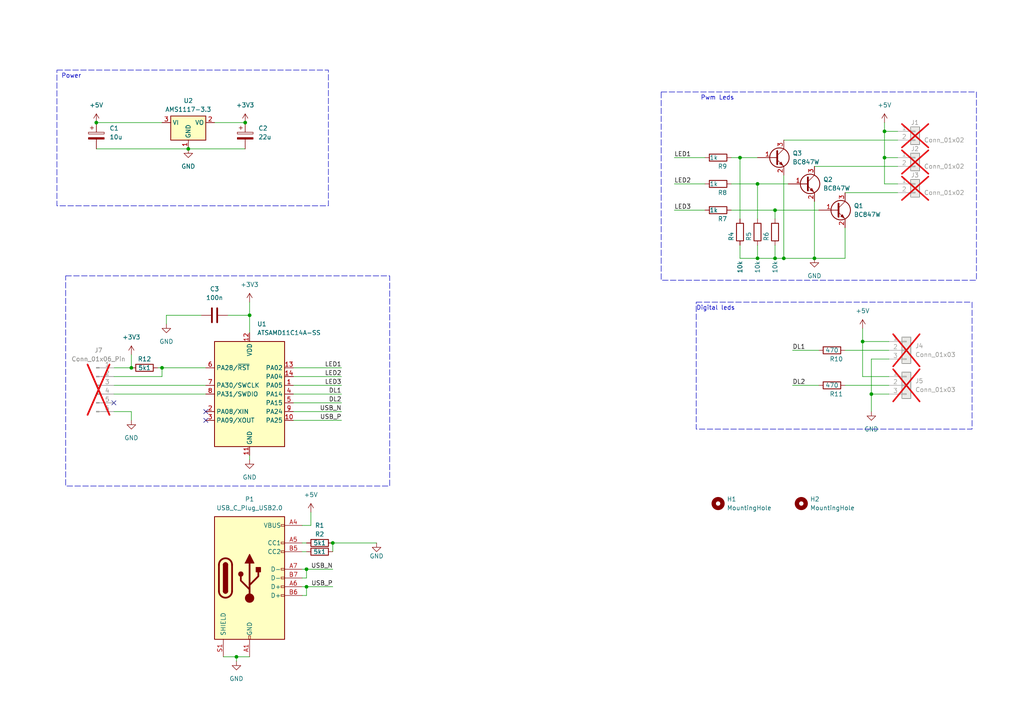
<source format=kicad_sch>
(kicad_sch (version 20230121) (generator eeschema)
  (paper "A4")
  (lib_symbols
    (symbol "Connector:Conn_01x06_Pin" (pin_names (offset 1.016) hide)
      (property "Reference" "J" (at 0 7.62 0))
      (property "Value" "Conn_01x06_Pin" (at 0 -10.16 0))
      (symbol "Conn_01x06_Pin_1_1"
        (polyline (pts (xy 1.27 -7.62) (xy 0.8636 -7.62)) (stroke (width 0.1524)))
        (polyline (pts (xy 1.27 -5.08) (xy 0.8636 -5.08)) (stroke (width 0.1524)))
        (polyline (pts (xy 1.27 -2.54) (xy 0.8636 -2.54)) (stroke (width 0.1524)))
        (polyline (pts (xy 1.27 0) (xy 0.8636 0)) (stroke (width 0.1524)))
        (polyline (pts (xy 1.27 2.54) (xy 0.8636 2.54)) (stroke (width 0.1524)))
        (polyline (pts (xy 1.27 5.08) (xy 0.8636 5.08)) (stroke (width 0.1524)))
        (rectangle (start 0.8636 -7.493) (end 0 -7.747) (stroke (width 0.1524)) (fill (type outline)))
        (rectangle (start 0.8636 -4.953) (end 0 -5.207) (stroke (width 0.1524)) (fill (type outline)))
        (rectangle (start 0.8636 -2.413) (end 0 -2.667) (stroke (width 0.1524)) (fill (type outline)))
        (rectangle (start 0.8636 0.127) (end 0 -0.127) (stroke (width 0.1524)) (fill (type outline)))
        (rectangle (start 0.8636 2.667) (end 0 2.413) (stroke (width 0.1524)) (fill (type outline)))
        (rectangle (start 0.8636 5.207) (end 0 4.953) (stroke (width 0.1524)) (fill (type outline)))
        (pin passive line (at 5.08 5.08 180) (length 3.81) (name "Pin_1") (number "1"))
        (pin passive line (at 5.08 2.54 180) (length 3.81) (name "Pin_2") (number "2"))
        (pin passive line (at 5.08 0 180) (length 3.81) (name "Pin_3") (number "3"))
        (pin passive line (at 5.08 -2.54 180) (length 3.81) (name "Pin_4") (number "4"))
        (pin passive line (at 5.08 -5.08 180) (length 3.81) (name "Pin_5") (number "5"))
        (pin passive line (at 5.08 -7.62 180) (length 3.81) (name "Pin_6") (number "6"))
      )
    )
    (symbol "Connector:USB_C_Receptacle_USB2.0_14P" (pin_names (offset 1.016))
      (property "Reference" "J" (at 0 22.225 0))
      (property "Value" "USB_C_Receptacle_USB2.0_14P" (at 0 19.685 0))
      (symbol "USB_C_Receptacle_USB2.0_14P_0_0"
        (rectangle (start -0.254 -17.78) (end 0.254 -16.764))
        (rectangle (start 10.16 -4.826) (end 9.144 -5.334))
        (rectangle (start 10.16 -2.286) (end 9.144 -2.794))
        (rectangle (start 10.16 0.254) (end 9.144 -0.254))
        (rectangle (start 10.16 2.794) (end 9.144 2.286))
        (rectangle (start 10.16 7.874) (end 9.144 7.366))
        (rectangle (start 10.16 10.414) (end 9.144 9.906))
        (rectangle (start 10.16 15.494) (end 9.144 14.986))
      )
      (symbol "USB_C_Receptacle_USB2.0_14P_0_1"
        (rectangle (start -10.16 17.78) (end 10.16 -17.78) (stroke (width 0.254)) (fill (type background)))
        (arc (start -8.89 -3.81) (mid -6.985 -5.7067) (end -5.08 -3.81) (stroke (width 0.508)))
        (arc (start -7.62 -3.81) (mid -6.985 -4.4423) (end -6.35 -3.81) (stroke (width 0.254)))
        (arc (start -7.62 -3.81) (mid -6.985 -4.4423) (end -6.35 -3.81) (stroke (width 0.254)) (fill (type outline)))
        (rectangle (start -7.62 -3.81) (end -6.35 3.81) (stroke (width 0.254)) (fill (type outline)))
        (arc (start -6.35 3.81) (mid -6.985 4.4423) (end -7.62 3.81) (stroke (width 0.254)))
        (arc (start -6.35 3.81) (mid -6.985 4.4423) (end -7.62 3.81) (stroke (width 0.254)) (fill (type outline)))
        (arc (start -5.08 3.81) (mid -6.985 5.7067) (end -8.89 3.81) (stroke (width 0.508)))
        (circle (center -2.54 1.143) (radius 0.635) (stroke (width 0.254)) (fill (type outline)))
        (circle (center 0 -5.842) (radius 1.27) (fill (type outline)))
        (polyline (pts (xy -8.89 -3.81) (xy -8.89 3.81)) (stroke (width 0.508)))
        (polyline (pts (xy -5.08 3.81) (xy -5.08 -3.81)) (stroke (width 0.508)))
        (polyline (pts (xy 0 -5.842) (xy 0 4.318)) (stroke (width 0.508)))
        (polyline (pts (xy 0 -3.302) (xy -2.54 -0.762) (xy -2.54 0.508)) (stroke (width 0.508)))
        (polyline (pts (xy 0 -2.032) (xy 2.54 0.508) (xy 2.54 1.778)) (stroke (width 0.508)))
        (polyline (pts (xy -1.27 4.318) (xy 0 6.858) (xy 1.27 4.318) (xy -1.27 4.318)) (stroke (width 0.254)) (fill (type outline)))
        (rectangle (start 1.905 1.778) (end 3.175 3.048) (stroke (width 0.254)) (fill (type outline)))
      )
      (symbol "USB_C_Receptacle_USB2.0_14P_1_1"
        (pin passive line (at 0 -22.86 90) (length 5.08) (name "GND") (number "A1"))
        (pin passive line (at 0 -22.86 90) (length 5.08) hide (name "GND") (number "A12"))
        (pin passive line (at 15.24 15.24 180) (length 5.08) (name "VBUS") (number "A4"))
        (pin bidirectional line (at 15.24 10.16 180) (length 5.08) (name "CC1") (number "A5"))
        (pin bidirectional line (at 15.24 -2.54 180) (length 5.08) (name "D+") (number "A6"))
        (pin bidirectional line (at 15.24 2.54 180) (length 5.08) (name "D-") (number "A7"))
        (pin passive line (at 15.24 15.24 180) (length 5.08) hide (name "VBUS") (number "A9"))
        (pin passive line (at 0 -22.86 90) (length 5.08) hide (name "GND") (number "B1"))
        (pin passive line (at 0 -22.86 90) (length 5.08) hide (name "GND") (number "B12"))
        (pin passive line (at 15.24 15.24 180) (length 5.08) hide (name "VBUS") (number "B4"))
        (pin bidirectional line (at 15.24 7.62 180) (length 5.08) (name "CC2") (number "B5"))
        (pin bidirectional line (at 15.24 -5.08 180) (length 5.08) (name "D+") (number "B6"))
        (pin bidirectional line (at 15.24 0 180) (length 5.08) (name "D-") (number "B7"))
        (pin passive line (at 15.24 15.24 180) (length 5.08) hide (name "VBUS") (number "B9"))
        (pin passive line (at -7.62 -22.86 90) (length 5.08) (name "SHIELD") (number "S1"))
      )
    )
    (symbol "Connector_Generic:Conn_01x02" (pin_names (offset 1.016) hide)
      (property "Reference" "J" (at 0 2.54 0))
      (property "Value" "Conn_01x02" (at 0 -5.08 0))
      (symbol "Conn_01x02_1_1"
        (rectangle (start -1.27 -2.413) (end 0 -2.667) (stroke (width 0.1524)))
        (rectangle (start -1.27 0.127) (end 0 -0.127) (stroke (width 0.1524)))
        (rectangle (start -1.27 1.27) (end 1.27 -3.81) (stroke (width 0.254)) (fill (type background)))
        (pin passive line (at -5.08 0 0) (length 3.81) (name "Pin_1") (number "1"))
        (pin passive line (at -5.08 -2.54 0) (length 3.81) (name "Pin_2") (number "2"))
      )
    )
    (symbol "Connector_Generic:Conn_01x03" (pin_names (offset 1.016) hide)
      (property "Reference" "J" (at 0 5.08 0))
      (property "Value" "Conn_01x03" (at 0 -5.08 0))
      (symbol "Conn_01x03_1_1"
        (rectangle (start -1.27 -2.413) (end 0 -2.667) (stroke (width 0.1524)))
        (rectangle (start -1.27 0.127) (end 0 -0.127) (stroke (width 0.1524)))
        (rectangle (start -1.27 2.667) (end 0 2.413) (stroke (width 0.1524)))
        (rectangle (start -1.27 3.81) (end 1.27 -3.81) (stroke (width 0.254)) (fill (type background)))
        (pin passive line (at -5.08 2.54 0) (length 3.81) (name "Pin_1") (number "1"))
        (pin passive line (at -5.08 0 0) (length 3.81) (name "Pin_2") (number "2"))
        (pin passive line (at -5.08 -2.54 0) (length 3.81) (name "Pin_3") (number "3"))
      )
    )
    (symbol "Device:C" (pin_numbers hide) (pin_names (offset 0.254))
      (property "Reference" "C" (at 0.635 2.54 0))
      (property "Value" "C" (at 0.635 -2.54 0))
      (symbol "C_0_1"
        (polyline (pts (xy -2.032 -0.762) (xy 2.032 -0.762)) (stroke (width 0.508)))
        (polyline (pts (xy -2.032 0.762) (xy 2.032 0.762)) (stroke (width 0.508)))
      )
      (symbol "C_1_1"
        (pin passive line (at 0 3.81 270) (length 2.794) (name "~") (number "1"))
        (pin passive line (at 0 -3.81 90) (length 2.794) (name "~") (number "2"))
      )
    )
    (symbol "Device:C_Polarized" (pin_numbers hide) (pin_names (offset 0.254))
      (property "Reference" "C" (at 0.635 2.54 0))
      (property "Value" "C_Polarized" (at 0.635 -2.54 0))
      (symbol "C_Polarized_0_1"
        (rectangle (start -2.286 0.508) (end 2.286 1.016))
        (polyline (pts (xy -1.778 2.286) (xy -0.762 2.286)))
        (polyline (pts (xy -1.27 2.794) (xy -1.27 1.778)))
        (rectangle (start 2.286 -0.508) (end -2.286 -1.016) (fill (type outline)))
      )
      (symbol "C_Polarized_1_1"
        (pin passive line (at 0 3.81 270) (length 2.794) (name "~") (number "1"))
        (pin passive line (at 0 -3.81 90) (length 2.794) (name "~") (number "2"))
      )
    )
    (symbol "Device:R" (pin_numbers hide) (pin_names (offset 0))
      (property "Reference" "R" (at 2.032 0 90))
      (property "Value" "R" (at 0 0 90))
      (symbol "R_0_1"
        (rectangle (start -1.016 -2.54) (end 1.016 2.54) (stroke (width 0.254)))
      )
      (symbol "R_1_1"
        (pin passive line (at 0 3.81 270) (length 1.27) (name "~") (number "1"))
        (pin passive line (at 0 -3.81 90) (length 1.27) (name "~") (number "2"))
      )
    )
    (symbol "MCU_Microchip_SAMD:ATSAMD11C14A-SS"
      (property "Reference" "U" (at -10.16 16.51 0))
      (property "Value" "ATSAMD11C14A-SS" (at 1.27 16.51 0))
      (symbol "ATSAMD11C14A-SS_0_1"
        (rectangle (start -10.16 15.24) (end 10.16 -15.24) (stroke (width 0.254)) (fill (type background)))
      )
      (symbol "ATSAMD11C14A-SS_1_1"
        (pin bidirectional line (at 12.7 2.54 180) (length 2.54) (name "PA05") (number "1"))
        (pin bidirectional line (at 12.7 -7.62 180) (length 2.54) (name "PA25") (number "10"))
        (pin power_in line (at 0 -17.78 90) (length 2.54) (name "GND") (number "11"))
        (pin power_in line (at 0 17.78 270) (length 2.54) (name "VDD") (number "12"))
        (pin bidirectional line (at 12.7 7.62 180) (length 2.54) (name "PA02") (number "13"))
        (pin bidirectional line (at 12.7 5.08 180) (length 2.54) (name "PA04") (number "14"))
        (pin bidirectional line (at -12.7 -5.08 0) (length 2.54) (name "PA08/XIN") (number "2"))
        (pin bidirectional line (at -12.7 -7.62 0) (length 2.54) (name "PA09/XOUT") (number "3"))
        (pin bidirectional line (at 12.7 0 180) (length 2.54) (name "PA14") (number "4"))
        (pin bidirectional line (at 12.7 -2.54 180) (length 2.54) (name "PA15") (number "5"))
        (pin bidirectional line (at -12.7 7.62 0) (length 2.54) (name "PA28/~{RST}") (number "6"))
        (pin bidirectional line (at -12.7 2.54 0) (length 2.54) (name "PA30/SWCLK") (number "7"))
        (pin bidirectional line (at -12.7 0 0) (length 2.54) (name "PA31/SWDIO") (number "8"))
        (pin bidirectional line (at 12.7 -5.08 180) (length 2.54) (name "PA24") (number "9"))
      )
    )
    (symbol "Mechanical:MountingHole" (pin_names (offset 1.016))
      (property "Reference" "H" (at 0 5.08 0))
      (property "Value" "MountingHole" (at 0 3.175 0))
      (symbol "MountingHole_0_1"
        (circle (center 0 0) (radius 1.27) (stroke (width 1.27)))
      )
    )
    (symbol "Regulator_Linear:AMS1117-3.3"
      (property "Reference" "U" (at -3.81 3.175 0))
      (property "Value" "AMS1117-3.3" (at 0 3.175 0))
      (symbol "AMS1117-3.3_0_1"
        (rectangle (start -5.08 -5.08) (end 5.08 1.905) (stroke (width 0.254)) (fill (type background)))
      )
      (symbol "AMS1117-3.3_1_1"
        (pin power_in line (at 0 -7.62 90) (length 2.54) (name "GND") (number "1"))
        (pin power_out line (at 7.62 0 180) (length 2.54) (name "VO") (number "2"))
        (pin power_in line (at -7.62 0 0) (length 2.54) (name "VI") (number "3"))
      )
    )
    (symbol "Transistor_BJT:BC847W" (pin_names (offset 0) hide)
      (property "Reference" "Q" (at 5.08 1.905 0))
      (property "Value" "BC847W" (at 5.08 0 0))
      (symbol "BC847W_0_1"
        (polyline (pts (xy 0.635 0.635) (xy 2.54 2.54)))
        (polyline (pts (xy 0.635 -0.635) (xy 2.54 -2.54) (xy 2.54 -2.54)))
        (polyline (pts (xy 0.635 1.905) (xy 0.635 -1.905) (xy 0.635 -1.905)) (stroke (width 0.508)))
        (polyline (pts (xy 1.27 -1.778) (xy 1.778 -1.27) (xy 2.286 -2.286) (xy 1.27 -1.778) (xy 1.27 -1.778)) (fill (type outline)))
        (circle (center 1.27 0) (radius 2.8194) (stroke (width 0.254)))
      )
      (symbol "BC847W_1_1"
        (pin input line (at -5.08 0 0) (length 5.715) (name "B") (number "1"))
        (pin passive line (at 2.54 -5.08 90) (length 2.54) (name "E") (number "2"))
        (pin passive line (at 2.54 5.08 270) (length 2.54) (name "C") (number "3"))
      )
    )
    (symbol "power:+3V3" (power) (pin_names (offset 0))
      (property "Value" "+3V3" (at 0 3.556 0))
      (symbol "+3V3_0_1"
        (polyline (pts (xy -0.762 1.27) (xy 0 2.54)))
        (polyline (pts (xy 0 0) (xy 0 2.54)))
        (polyline (pts (xy 0 2.54) (xy 0.762 1.27)))
      )
      (symbol "+3V3_1_1"
        (pin power_in line (at 0 0 90) (length 0) hide (name "+3V3") (number "1"))
      )
    )
    (symbol "power:+5V" (power) (pin_names (offset 0))
      (property "Value" "+5V" (at 0 3.556 0))
      (symbol "+5V_0_1"
        (polyline (pts (xy -0.762 1.27) (xy 0 2.54)))
        (polyline (pts (xy 0 0) (xy 0 2.54)))
        (polyline (pts (xy 0 2.54) (xy 0.762 1.27)))
      )
      (symbol "+5V_1_1"
        (pin power_in line (at 0 0 90) (length 0) hide (name "+5V") (number "1"))
      )
    )
    (symbol "power:GND" (power) (pin_names (offset 0))
      (property "Value" "GND" (at 0 -3.81 0))
      (symbol "GND_0_1"
        (polyline (pts (xy 0 0) (xy 0 -1.27) (xy 1.27 -1.27) (xy 0 -2.54) (xy -1.27 -1.27) (xy 0 -1.27)))
      )
      (symbol "GND_1_1"
        (pin power_in line (at 0 0 270) (length 0) hide (name "GND") (number "1"))
      )
    )
  )
  (junction (at 252.73 114.3))
  (junction (at 27.94 35.56))
  (junction (at 224.79 74.93))
  (junction (at 68.58 190.5))
  (junction (at 219.71 74.93))
  (junction (at 214.63 45.72))
  (junction (at 236.22 74.93))
  (junction (at 256.54 38.1))
  (junction (at 250.19 99.06))
  (junction (at 71.12 35.56))
  (junction (at 227.33 74.93))
  (junction (at 46.99 106.68))
  (junction (at 224.79 60.96))
  (junction (at 88.9 170.18))
  (junction (at 72.39 91.44))
  (junction (at 256.54 45.72))
  (junction (at 96.52 157.48))
  (junction (at 219.71 53.34))
  (junction (at 88.9 165.1))
  (junction (at 38.1 106.68))
  (junction (at 54.61 43.18))
  (no_connect (at 59.69 119.38))
  (no_connect (at 33.02 116.84))
  (no_connect (at 59.69 121.92))
  (wire (pts (xy 250.19 109.22) (xy 257.81 109.22)))
  (wire (pts (xy 87.63 152.4) (xy 90.17 152.4)))
  (wire (pts (xy 224.79 71.12) (xy 224.79 74.93)))
  (wire (pts (xy 38.1 102.87) (xy 38.1 106.68)))
  (wire (pts (xy 219.71 53.34) (xy 228.6 53.34)))
  (wire (pts (xy 33.02 119.38) (xy 38.1 119.38)))
  (wire (pts (xy 46.99 106.68) (xy 59.69 106.68)))
  (wire (pts (xy 85.09 116.84) (xy 99.06 116.84)))
  (wire (pts (xy 85.09 111.76) (xy 99.06 111.76)))
  (wire (pts (xy 96.52 157.48) (xy 96.52 160.02)))
  (wire (pts (xy 33.02 111.76) (xy 59.69 111.76)))
  (wire (pts (xy 224.79 60.96) (xy 224.79 63.5)))
  (wire (pts (xy 219.71 53.34) (xy 219.71 63.5)))
  (wire (pts (xy 252.73 114.3) (xy 252.73 104.14)))
  (wire (pts (xy 45.72 106.68) (xy 46.99 106.68)))
  (wire (pts (xy 256.54 35.56) (xy 256.54 38.1)))
  (wire (pts (xy 227.33 74.93) (xy 236.22 74.93)))
  (wire (pts (xy 96.52 157.48) (xy 109.22 157.48)))
  (wire (pts (xy 229.87 111.76) (xy 237.49 111.76)))
  (wire (pts (xy 229.87 101.6) (xy 237.49 101.6)))
  (wire (pts (xy 85.09 109.22) (xy 99.06 109.22)))
  (wire (pts (xy 195.58 45.72) (xy 204.47 45.72)))
  (wire (pts (xy 227.33 40.64) (xy 260.35 40.64)))
  (wire (pts (xy 250.19 95.25) (xy 250.19 99.06)))
  (wire (pts (xy 245.11 74.93) (xy 236.22 74.93)))
  (wire (pts (xy 87.63 165.1) (xy 88.9 165.1)))
  (wire (pts (xy 250.19 99.06) (xy 257.81 99.06)))
  (wire (pts (xy 236.22 48.26) (xy 260.35 48.26)))
  (wire (pts (xy 236.22 58.42) (xy 236.22 74.93)))
  (wire (pts (xy 212.09 60.96) (xy 224.79 60.96)))
  (wire (pts (xy 85.09 119.38) (xy 99.06 119.38)))
  (wire (pts (xy 252.73 119.38) (xy 252.73 114.3)))
  (wire (pts (xy 227.33 50.8) (xy 227.33 74.93)))
  (wire (pts (xy 212.09 53.34) (xy 219.71 53.34)))
  (wire (pts (xy 256.54 45.72) (xy 260.35 45.72)))
  (wire (pts (xy 88.9 167.64) (xy 88.9 165.1)))
  (wire (pts (xy 62.23 35.56) (xy 71.12 35.56)))
  (wire (pts (xy 87.63 157.48) (xy 88.9 157.48)))
  (wire (pts (xy 256.54 38.1) (xy 256.54 45.72)))
  (wire (pts (xy 27.94 43.18) (xy 54.61 43.18)))
  (wire (pts (xy 250.19 99.06) (xy 250.19 109.22)))
  (wire (pts (xy 87.63 170.18) (xy 88.9 170.18)))
  (wire (pts (xy 87.63 172.72) (xy 88.9 172.72)))
  (wire (pts (xy 72.39 132.08) (xy 72.39 133.35)))
  (wire (pts (xy 256.54 53.34) (xy 260.35 53.34)))
  (wire (pts (xy 214.63 45.72) (xy 219.71 45.72)))
  (wire (pts (xy 46.99 109.22) (xy 33.02 109.22)))
  (wire (pts (xy 33.02 114.3) (xy 59.69 114.3)))
  (wire (pts (xy 64.77 190.5) (xy 68.58 190.5)))
  (wire (pts (xy 214.63 74.93) (xy 219.71 74.93)))
  (wire (pts (xy 38.1 119.38) (xy 38.1 121.92)))
  (wire (pts (xy 195.58 53.34) (xy 204.47 53.34)))
  (wire (pts (xy 90.17 148.59) (xy 90.17 152.4)))
  (wire (pts (xy 68.58 190.5) (xy 72.39 190.5)))
  (wire (pts (xy 256.54 45.72) (xy 256.54 53.34)))
  (wire (pts (xy 27.94 35.56) (xy 46.99 35.56)))
  (wire (pts (xy 66.04 91.44) (xy 72.39 91.44)))
  (wire (pts (xy 219.71 71.12) (xy 219.71 74.93)))
  (wire (pts (xy 212.09 45.72) (xy 214.63 45.72)))
  (wire (pts (xy 245.11 55.88) (xy 260.35 55.88)))
  (wire (pts (xy 68.58 190.5) (xy 68.58 191.77)))
  (wire (pts (xy 252.73 114.3) (xy 257.81 114.3)))
  (wire (pts (xy 252.73 104.14) (xy 257.81 104.14)))
  (wire (pts (xy 214.63 45.72) (xy 214.63 63.5)))
  (wire (pts (xy 219.71 74.93) (xy 224.79 74.93)))
  (wire (pts (xy 245.11 111.76) (xy 257.81 111.76)))
  (wire (pts (xy 58.42 91.44) (xy 48.26 91.44)))
  (wire (pts (xy 224.79 74.93) (xy 227.33 74.93)))
  (wire (pts (xy 88.9 165.1) (xy 96.52 165.1)))
  (wire (pts (xy 72.39 87.63) (xy 72.39 91.44)))
  (wire (pts (xy 85.09 121.92) (xy 99.06 121.92)))
  (wire (pts (xy 72.39 91.44) (xy 72.39 96.52)))
  (wire (pts (xy 87.63 160.02) (xy 88.9 160.02)))
  (wire (pts (xy 224.79 60.96) (xy 237.49 60.96)))
  (wire (pts (xy 48.26 91.44) (xy 48.26 93.98)))
  (wire (pts (xy 85.09 114.3) (xy 99.06 114.3)))
  (wire (pts (xy 195.58 60.96) (xy 204.47 60.96)))
  (wire (pts (xy 85.09 106.68) (xy 99.06 106.68)))
  (wire (pts (xy 54.61 43.18) (xy 71.12 43.18)))
  (wire (pts (xy 88.9 170.18) (xy 96.52 170.18)))
  (wire (pts (xy 33.02 106.68) (xy 38.1 106.68)))
  (wire (pts (xy 245.11 101.6) (xy 257.81 101.6)))
  (wire (pts (xy 256.54 38.1) (xy 260.35 38.1)))
  (wire (pts (xy 214.63 71.12) (xy 214.63 74.93)))
  (wire (pts (xy 245.11 66.04) (xy 245.11 74.93)))
  (wire (pts (xy 88.9 172.72) (xy 88.9 170.18)))
  (wire (pts (xy 46.99 106.68) (xy 46.99 109.22)))
  (wire (pts (xy 87.63 167.64) (xy 88.9 167.64)))
  (rectangle (start 16.51 20.32) (end 95.25 59.69) (stroke (width 0) (type dash)))
  (rectangle (start 201.93 87.63) (end 281.94 124.46) (stroke (width 0) (type dash)))
  (rectangle (start 191.77 26.67) (end 283.21 81.28) (stroke (width 0) (type dash)))
  (rectangle (start 19.05 80.01) (end 113.03 140.97) (stroke (width 0) (type dash)))
  (text "Power" (at 17.78 22.86 0) (effects (font (size 1.27 1.27)) (justify left bottom)))
  (text "Pwm Leds" (at 203.2 29.21 0) (effects (font (size 1.27 1.27)) (justify left bottom)))
  (text "Digital leds\n" (at 201.93 90.17 0) (effects (font (size 1.27 1.27)) (justify left bottom)))
  (label "DL1" (at 99.06 114.3 180))
  (label "USB_N" (at 96.52 165.1 180))
  (label "LED3" (at 195.58 60.96 0))
  (label "LED1" (at 99.06 106.68 180))
  (label "USB_N" (at 99.06 119.38 180))
  (label "LED3" (at 99.06 111.76 180))
  (label "LED2" (at 99.06 109.22 180))
  (label "LED2" (at 195.58 53.34 0))
  (label "LED1" (at 195.58 45.72 0))
  (label "DL1" (at 229.87 101.6 0))
  (label "USB_P" (at 99.06 121.92 180))
  (label "USB_P" (at 96.52 170.18 180))
  (label "DL2" (at 229.87 111.76 0))
  (label "DL2" (at 99.06 116.84 180))
  (symbol (lib_id "Transistor_BJT:BC847W") (at 242.57 60.96 0) (unit 1)
    (property "Reference" "Q1" (at 247.65 59.69 0) (effects (justify left)))
    (property "Value" "BC847W" (at 247.65 62.23 0) (effects (justify left)))
    (property "Footprint" "Package_TO_SOT_SMD:SOT-23" (effects hide))
    (property "Datasheet" "http://www.infineon.com/dgdl/Infineon-BC847SERIES_BC848SERIES_BC849SERIES_BC850SERIES-DS-v01_01-en.pdf?fileId=db3a304314dca389011541d4630a1657" (effects hide))
    (property "MPN" "BC817-16LT3G" (effects hide))
  )
  (symbol (lib_id "Connector_Generic:Conn_01x02") (at 265.43 53.34 0) (unit 1) (in_bom no) (dnp yes)
    (property "Reference" "J3" (at 264.16 50.8 0) (effects (justify left)))
    (property "Value" "Conn_01x02" (at 267.97 55.88 0) (effects (justify left)))
    (property "Footprint" "Connector_PinHeader_2.54mm:PinHeader_1x02_P2.54mm_Vertical" (effects hide))
  )
  (symbol (lib_id "Mechanical:MountingHole") (at 208.28 146.05 0) (unit 1)
    (property "Reference" "H1" (at 210.82 144.78 0) (effects (justify left)))
    (property "Value" "MountingHole" (at 210.82 147.32 0) (effects (justify left)))
    (property "Footprint" "Lego:LEGO 4Studs" (effects hide))
  )
  (symbol (lib_id "Device:R") (at 241.3 101.6 270) (unit 1)
    (property "Reference" "R10" (at 242.57 104.14 90))
    (property "Value" "470" (at 241.3 101.6 90))
    (property "Footprint" "Resistor_SMD:R_0603_1608Metric" (effects hide))
  )
  (symbol (lib_id "Device:R") (at 41.91 106.68 90) (unit 1)
    (property "Reference" "R12" (at 41.91 104.14 90))
    (property "Value" "5k1" (at 41.91 106.68 90))
    (property "Footprint" "Resistor_SMD:R_0603_1608Metric" (effects hide))
  )
  (symbol (lib_id "Device:C_Polarized") (at 71.12 39.37 0) (unit 1)
    (property "Reference" "C2" (at 74.93 37.211 0) (effects (justify left)))
    (property "Value" "22u" (at 74.93 39.751 0) (effects (justify left)))
    (property "Footprint" "Capacitor_SMD:CP_Elec_3x5.3" (effects hide))
    (property "MPN" "875105240003" (effects hide))
  )
  (symbol (lib_id "power:GND") (at 252.73 119.38 0) (unit 1)
    (property "Reference" "#PWR06" (effects hide))
    (property "Value" "GND" (at 252.73 124.46 0))
  )
  (symbol (lib_id "MCU_Microchip_SAMD:ATSAMD11C14A-SS") (at 72.39 114.3 0) (unit 1)
    (property "Reference" "U1" (at 74.5841 93.98 0) (effects (justify left)))
    (property "Value" "ATSAMD11C14A-SS" (at 74.5841 96.52 0) (effects (justify left)))
    (property "Footprint" "Package_SO:SOIC-14_3.9x8.7mm_P1.27mm" (effects hide))
    (property "Datasheet" "http://ww1.microchip.com/downloads/en/DeviceDoc/Atmel-42363-SAM-D11_Datasheet.pdf" (effects hide))
    (property "MPN" "ATSAMD11C14A-SSNT" (effects hide))
  )
  (symbol (lib_id "Device:R") (at 241.3 111.76 270) (unit 1)
    (property "Reference" "R11" (at 242.57 114.3 90))
    (property "Value" "470" (at 241.3 111.76 90))
    (property "Footprint" "Resistor_SMD:R_0603_1608Metric" (effects hide))
  )
  (symbol (lib_id "Connector_Generic:Conn_01x02") (at 265.43 38.1 0) (unit 1) (in_bom no) (dnp yes)
    (property "Reference" "J1" (at 264.16 35.56 0) (effects (justify left)))
    (property "Value" "Conn_01x02" (at 267.97 40.64 0) (effects (justify left)))
    (property "Footprint" "Connector_PinHeader_2.54mm:PinHeader_1x02_P2.54mm_Vertical" (effects hide))
  )
  (symbol (lib_id "power:+3V3") (at 38.1 102.87 0) (unit 1)
    (property "Reference" "#PWR012" (effects hide))
    (property "Value" "+3V3" (at 38.1 97.79 0))
  )
  (symbol (lib_id "Device:R") (at 208.28 60.96 270) (unit 1)
    (property "Reference" "R7" (at 209.55 63.5 90))
    (property "Value" "1k" (at 207.01 60.96 90))
    (property "Footprint" "Resistor_SMD:R_0603_1608Metric" (effects hide))
  )
  (symbol (lib_id "Connector:Conn_01x06_Pin") (at 27.94 111.76 0) (unit 1) (dnp yes)
    (property "Reference" "J7" (at 28.575 101.6 0))
    (property "Value" "Conn_01x06_Pin" (at 28.575 104.14 0))
    (property "Footprint" "Button_Switch_SMD:SW_DIP_SPSTx03_Slide_KingTek_DSHP03TJ_W5.25mm_P1.27mm_JPin" (effects hide))
  )
  (symbol (lib_id "Device:R") (at 92.71 160.02 90) (unit 1)
    (property "Reference" "R2" (at 92.71 154.94 90))
    (property "Value" "5k1" (at 92.71 160.02 90))
    (property "Footprint" "Resistor_SMD:R_0603_1608Metric" (effects hide))
  )
  (symbol (lib_id "power:+5V") (at 250.19 95.25 0) (unit 1)
    (property "Reference" "#PWR04" (effects hide))
    (property "Value" "+5V" (at 250.19 90.17 0))
  )
  (symbol (lib_id "Transistor_BJT:BC847W") (at 233.68 53.34 0) (unit 1)
    (property "Reference" "Q2" (at 238.76 52.07 0) (effects (justify left)))
    (property "Value" "BC847W" (at 238.76 54.61 0) (effects (justify left)))
    (property "Footprint" "Package_TO_SOT_SMD:SOT-23" (effects hide))
    (property "Datasheet" "http://www.infineon.com/dgdl/Infineon-BC847SERIES_BC848SERIES_BC849SERIES_BC850SERIES-DS-v01_01-en.pdf?fileId=db3a304314dca389011541d4630a1657" (effects hide))
    (property "MPN" "BC817-16LT3G" (effects hide))
  )
  (symbol (lib_id "Connector_Generic:Conn_01x03") (at 262.89 101.6 0) (unit 1) (in_bom no) (dnp yes)
    (property "Reference" "J4" (at 265.43 100.33 0) (effects (justify left)))
    (property "Value" "Conn_01x03" (at 265.43 102.87 0) (effects (justify left)))
    (property "Footprint" "Connector_PinHeader_2.54mm:PinHeader_1x03_P2.54mm_Vertical" (effects hide))
  )
  (symbol (lib_id "Connector_Generic:Conn_01x03") (at 262.89 111.76 0) (unit 1) (in_bom no) (dnp yes)
    (property "Reference" "J5" (at 265.43 110.49 0) (effects (justify left)))
    (property "Value" "Conn_01x03" (at 265.43 113.03 0) (effects (justify left)))
    (property "Footprint" "Connector_PinHeader_2.54mm:PinHeader_1x03_P2.54mm_Vertical" (effects hide))
  )
  (symbol (lib_id "Connector:USB_C_Receptacle_USB2.0_14P") (at 72.39 167.64 0) (unit 1)
    (property "Reference" "P1" (at 72.39 144.78 0))
    (property "Value" "USB_C_Plug_USB2.0" (at 72.39 147.32 0))
    (property "Footprint" "Connector_USB:USB_C_Receptacle_GCT_USB4110" (effects hide))
    (property "Datasheet" "https://www.usb.org/sites/default/files/documents/usb_type-c.zip" (effects hide))
    (property "MPN" "USB4110-GF-A" (effects hide))
  )
  (symbol (lib_id "power:GND") (at 54.61 43.18 0) (unit 1)
    (property "Reference" "#PWR03" (effects hide))
    (property "Value" "GND" (at 54.61 48.26 0))
  )
  (symbol (lib_id "power:+5V") (at 90.17 148.59 0) (unit 1)
    (property "Reference" "#PWR014" (effects hide))
    (property "Value" "+5V" (at 90.17 143.51 0))
  )
  (symbol (lib_id "Regulator_Linear:AMS1117-3.3") (at 54.61 35.56 0) (unit 1)
    (property "Reference" "U2" (at 54.61 29.21 0))
    (property "Value" "AMS1117-3.3" (at 54.61 31.75 0))
    (property "Footprint" "Package_TO_SOT_SMD:SOT-223-3_TabPin2" (effects hide))
    (property "Datasheet" "http://www.advanced-monolithic.com/pdf/ds1117.pdf" (effects hide))
    (property "MPN" "AMS1117-3.3" (effects hide))
  )
  (symbol (lib_id "power:GND") (at 109.22 157.48 0) (unit 1)
    (property "Reference" "#PWR05" (effects hide))
    (property "Value" "GND" (at 109.22 161.29 0))
  )
  (symbol (lib_id "Device:R") (at 92.71 157.48 90) (unit 1)
    (property "Reference" "R1" (at 92.71 152.4 90))
    (property "Value" "5k1" (at 92.71 157.48 90))
    (property "Footprint" "Resistor_SMD:R_0603_1608Metric" (effects hide))
  )
  (symbol (lib_id "power:+3V3") (at 71.12 35.56 0) (unit 1)
    (property "Reference" "#PWR07" (effects hide))
    (property "Value" "+3V3" (at 71.12 30.48 0))
  )
  (symbol (lib_id "Device:C") (at 62.23 91.44 90) (unit 1)
    (property "Reference" "C3" (at 62.23 83.82 90))
    (property "Value" "100n" (at 62.23 86.36 90))
    (property "Footprint" "Capacitor_SMD:C_0805_2012Metric" (effects hide))
  )
  (symbol (lib_id "power:GND") (at 72.39 133.35 0) (unit 1)
    (property "Reference" "#PWR09" (effects hide))
    (property "Value" "GND" (at 72.39 138.43 0))
  )
  (symbol (lib_id "Device:R") (at 208.28 53.34 270) (unit 1)
    (property "Reference" "R8" (at 209.55 55.88 90))
    (property "Value" "1k" (at 207.01 53.34 90))
    (property "Footprint" "Resistor_SMD:R_0603_1608Metric" (effects hide))
  )
  (symbol (lib_id "Device:R") (at 219.71 67.31 180) (unit 1)
    (property "Reference" "R5" (at 217.17 68.58 90))
    (property "Value" "10k" (at 219.71 77.47 90))
    (property "Footprint" "Resistor_SMD:R_0603_1608Metric" (effects hide))
  )
  (symbol (lib_id "power:+5V") (at 27.94 35.56 0) (unit 1)
    (property "Reference" "#PWR011" (effects hide))
    (property "Value" "+5V" (at 27.94 30.48 0))
  )
  (symbol (lib_id "power:GND") (at 236.22 74.93 0) (unit 1)
    (property "Reference" "#PWR02" (effects hide))
    (property "Value" "GND" (at 236.22 80.01 0))
  )
  (symbol (lib_id "Device:R") (at 214.63 67.31 180) (unit 1)
    (property "Reference" "R4" (at 212.09 68.58 90))
    (property "Value" "10k" (at 214.63 77.47 90))
    (property "Footprint" "Resistor_SMD:R_0603_1608Metric" (effects hide))
  )
  (symbol (lib_id "power:GND") (at 48.26 93.98 0) (unit 1)
    (property "Reference" "#PWR010" (effects hide))
    (property "Value" "GND" (at 48.26 99.06 0))
  )
  (symbol (lib_id "Mechanical:MountingHole") (at 232.41 146.05 0) (unit 1)
    (property "Reference" "H2" (at 234.95 144.78 0) (effects (justify left)))
    (property "Value" "MountingHole" (at 234.95 147.32 0) (effects (justify left)))
    (property "Footprint" "Lego:LEGO 4Studs" (effects hide))
  )
  (symbol (lib_id "power:GND") (at 38.1 121.92 0) (unit 1)
    (property "Reference" "#PWR013" (effects hide))
    (property "Value" "GND" (at 38.1 127 0))
  )
  (symbol (lib_id "power:+5V") (at 256.54 35.56 0) (unit 1)
    (property "Reference" "#PWR01" (effects hide))
    (property "Value" "+5V" (at 256.54 30.48 0))
  )
  (symbol (lib_id "Device:R") (at 208.28 45.72 270) (unit 1)
    (property "Reference" "R9" (at 209.55 48.26 90))
    (property "Value" "1k" (at 207.01 45.72 90))
    (property "Footprint" "Resistor_SMD:R_0603_1608Metric" (effects hide))
  )
  (symbol (lib_id "power:+3V3") (at 72.39 87.63 0) (unit 1)
    (property "Reference" "#PWR08" (effects hide))
    (property "Value" "+3V3" (at 72.39 82.55 0))
  )
  (symbol (lib_id "Connector_Generic:Conn_01x02") (at 265.43 45.72 0) (unit 1) (in_bom no) (dnp yes)
    (property "Reference" "J2" (at 264.16 43.18 0) (effects (justify left)))
    (property "Value" "Conn_01x02" (at 267.97 48.26 0) (effects (justify left)))
    (property "Footprint" "Connector_PinHeader_2.54mm:PinHeader_1x02_P2.54mm_Vertical" (effects hide))
  )
  (symbol (lib_id "Device:C_Polarized") (at 27.94 39.37 0) (unit 1)
    (property "Reference" "C1" (at 31.75 37.211 0) (effects (justify left)))
    (property "Value" "10u" (at 31.75 39.751 0) (effects (justify left)))
    (property "Footprint" "Capacitor_SMD:CP_Elec_3x5.3" (effects hide))
    (property "MPN" "875105240001" (effects hide))
  )
  (symbol (lib_id "Transistor_BJT:BC847W") (at 224.79 45.72 0) (unit 1)
    (property "Reference" "Q3" (at 229.87 44.45 0) (effects (justify left)))
    (property "Value" "BC847W" (at 229.87 46.99 0) (effects (justify left)))
    (property "Footprint" "Package_TO_SOT_SMD:SOT-23" (effects hide))
    (property "Datasheet" "http://www.infineon.com/dgdl/Infineon-BC847SERIES_BC848SERIES_BC849SERIES_BC850SERIES-DS-v01_01-en.pdf?fileId=db3a304314dca389011541d4630a1657" (effects hide))
    (property "MPN" "BC817-16LT3G" (effects hide))
    (property "Sim.Device" "NPN" (effects hide))
    (property "Sim.Type" "VBIC" (effects hide))
    (property "Sim.Pins" "1=B 2=E 3=C" (effects hide))
    (property "Sim.Params" "temp=20" (effects hide))
  )
  (symbol (lib_id "Device:R") (at 224.79 67.31 180) (unit 1)
    (property "Reference" "R6" (at 222.25 68.58 90))
    (property "Value" "10k" (at 224.79 77.47 90))
    (property "Footprint" "Resistor_SMD:R_0603_1608Metric" (effects hide))
  )
  (symbol (lib_id "power:GND") (at 68.58 191.77 0) (unit 1)
    (property "Reference" "#PWR015" (effects hide))
    (property "Value" "GND" (at 68.58 196.85 0))
  )
)
</source>
